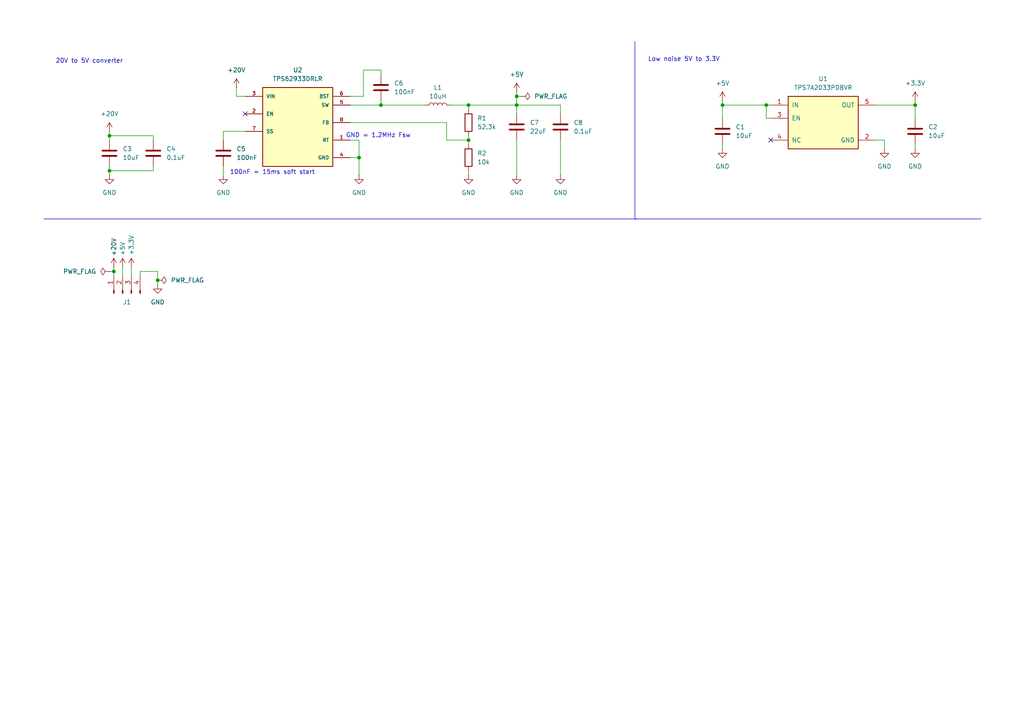
<source format=kicad_sch>
(kicad_sch (version 20231120) (generator "eeschema") (generator_version "8.0")
  (paper "A4")
  (lib_symbols
    (symbol "Connector:Conn_01x04_Pin" (pin_names (offset 1.016) hide)
      (property "Reference" "J" (at 0 5.08 0))
      (property "Value" "Conn_01x04_Pin" (at 0 -7.62 0))
      (symbol "Conn_01x04_Pin_1_1"
        (polyline (pts (xy 1.27 -5.08) (xy 0.8636 -5.08)) (stroke (width 0.1524)))
        (polyline (pts (xy 1.27 -2.54) (xy 0.8636 -2.54)) (stroke (width 0.1524)))
        (polyline (pts (xy 1.27 0) (xy 0.8636 0)) (stroke (width 0.1524)))
        (polyline (pts (xy 1.27 2.54) (xy 0.8636 2.54)) (stroke (width 0.1524)))
        (rectangle (start 0.8636 -4.953) (end 0 -5.207) (stroke (width 0.1524)) (fill (type outline)))
        (rectangle (start 0.8636 -2.413) (end 0 -2.667) (stroke (width 0.1524)) (fill (type outline)))
        (rectangle (start 0.8636 0.127) (end 0 -0.127) (stroke (width 0.1524)) (fill (type outline)))
        (rectangle (start 0.8636 2.667) (end 0 2.413) (stroke (width 0.1524)) (fill (type outline)))
        (pin passive line (at 5.08 2.54 180) (length 3.81) (name "Pin_1") (number "1"))
        (pin passive line (at 5.08 0 180) (length 3.81) (name "Pin_2") (number "2"))
        (pin passive line (at 5.08 -2.54 180) (length 3.81) (name "Pin_3") (number "3"))
        (pin passive line (at 5.08 -5.08 180) (length 3.81) (name "Pin_4") (number "4"))
      )
    )
    (symbol "Device:C" (pin_numbers hide) (pin_names (offset 0.254))
      (property "Reference" "C" (at 0.635 2.54 0))
      (property "Value" "C" (at 0.635 -2.54 0))
      (symbol "C_0_1"
        (polyline (pts (xy -2.032 -0.762) (xy 2.032 -0.762)) (stroke (width 0.508)))
        (polyline (pts (xy -2.032 0.762) (xy 2.032 0.762)) (stroke (width 0.508)))
      )
      (symbol "C_1_1"
        (pin passive line (at 0 3.81 270) (length 2.794) (name "~") (number "1"))
        (pin passive line (at 0 -3.81 90) (length 2.794) (name "~") (number "2"))
      )
    )
    (symbol "Device:L" (pin_numbers hide) (pin_names (offset 1.016) hide)
      (property "Reference" "L" (at -1.27 0 90))
      (property "Value" "L" (at 1.905 0 90))
      (symbol "L_0_1"
        (arc (start 0 -2.54) (mid 0.6323 -1.905) (end 0 -1.27))
        (arc (start 0 -1.27) (mid 0.6323 -0.635) (end 0 0))
        (arc (start 0 0) (mid 0.6323 0.635) (end 0 1.27))
        (arc (start 0 1.27) (mid 0.6323 1.905) (end 0 2.54))
      )
      (symbol "L_1_1"
        (pin passive line (at 0 3.81 270) (length 1.27) (name "1") (number "1"))
        (pin passive line (at 0 -3.81 90) (length 1.27) (name "2") (number "2"))
      )
    )
    (symbol "Device:R" (pin_numbers hide) (pin_names (offset 0))
      (property "Reference" "R" (at 2.032 0 90))
      (property "Value" "R" (at 0 0 90))
      (symbol "R_0_1"
        (rectangle (start -1.016 -2.54) (end 1.016 2.54) (stroke (width 0.254)))
      )
      (symbol "R_1_1"
        (pin passive line (at 0 3.81 270) (length 1.27) (name "~") (number "1"))
        (pin passive line (at 0 -3.81 90) (length 1.27) (name "~") (number "2"))
      )
    )
    (symbol "TPS62933DRLR:TPS62933DRLR" (pin_names (offset 1.016))
      (property "Reference" "U" (at -10.16 13.208 0))
      (property "Value" "TPS62933DRLR" (at -10.16 -12.7 0))
      (symbol "TPS62933DRLR_0_0"
        (rectangle (start -10.16 12.7) (end 10.16 -10.16) (stroke (width 0.254)) (fill (type background)))
        (pin input line (at 15.24 -2.54 180) (length 5.08) (name "RT") (number "1"))
        (pin input line (at -15.24 5.08 0) (length 5.08) (name "EN") (number "2"))
        (pin input line (at -15.24 10.16 0) (length 5.08) (name "VIN") (number "3"))
        (pin power_in line (at 15.24 -7.62 180) (length 5.08) (name "GND") (number "4"))
        (pin output line (at 15.24 7.62 180) (length 5.08) (name "SW") (number "5"))
        (pin input line (at 15.24 10.16 180) (length 5.08) (name "BST") (number "6"))
        (pin input line (at -15.24 0 0) (length 5.08) (name "SS") (number "7"))
        (pin input line (at 15.24 2.54 180) (length 5.08) (name "FB") (number "8"))
      )
    )
    (symbol "TPS7A2033PDBVR:TPS7A0233PDBVR" (pin_names (offset 1.016))
      (property "Reference" "U" (at -10.16 8.6106 0))
      (property "Value" "TPS7A2033PDBVR" (at -10.16 -10.668 0))
      (symbol "TPS7A0233PDBVR_1_0"
        (rectangle (start -10.16 7.62) (end 10.16 -7.62) (stroke (width 0.254)) (fill (type background)))
        (pin input line (at -15.24 5.08 0) (length 5.08) (name "IN") (number "1"))
        (pin power_in line (at 15.24 -5.08 180) (length 5.08) (name "GND") (number "2"))
        (pin input line (at -15.24 1.27 0) (length 5.08) (name "EN") (number "3"))
        (pin input line (at -15.24 -5.08 0) (length 5.08) (name "NC") (number "4"))
        (pin power_out line (at 15.24 5.08 180) (length 5.08) (name "OUT") (number "5"))
      )
    )
    (symbol "power:+3.3V" (power) (pin_numbers hide) (pin_names (offset 0) hide)
      (property "Value" "+3.3V" (at 0 3.556 0))
      (symbol "+3.3V_0_1"
        (polyline (pts (xy -0.762 1.27) (xy 0 2.54)))
        (polyline (pts (xy 0 0) (xy 0 2.54)))
        (polyline (pts (xy 0 2.54) (xy 0.762 1.27)))
      )
      (symbol "+3.3V_1_1"
        (pin power_in line (at 0 0 90) (length 0) (name "~") (number "1"))
      )
    )
    (symbol "power:+5V" (power) (pin_numbers hide) (pin_names (offset 0) hide)
      (property "Value" "+5V" (at 0 3.556 0))
      (symbol "+5V_0_1"
        (polyline (pts (xy -0.762 1.27) (xy 0 2.54)))
        (polyline (pts (xy 0 0) (xy 0 2.54)))
        (polyline (pts (xy 0 2.54) (xy 0.762 1.27)))
      )
      (symbol "+5V_1_1"
        (pin power_in line (at 0 0 90) (length 0) (name "~") (number "1"))
      )
    )
    (symbol "power:GND" (power) (pin_numbers hide) (pin_names (offset 0) hide)
      (property "Value" "GND" (at 0 -3.81 0))
      (symbol "GND_0_1"
        (polyline (pts (xy 0 0) (xy 0 -1.27) (xy 1.27 -1.27) (xy 0 -2.54) (xy -1.27 -1.27) (xy 0 -1.27)))
      )
      (symbol "GND_1_1"
        (pin power_in line (at 0 0 270) (length 0) (name "~") (number "1"))
      )
    )
    (symbol "power:PWR_FLAG" (power) (pin_numbers hide) (pin_names (offset 0) hide)
      (property "Value" "PWR_FLAG" (at 0 3.81 0))
      (symbol "PWR_FLAG_0_0"
        (pin power_out line (at 0 0 90) (length 0) (name "~") (number "1"))
      )
      (symbol "PWR_FLAG_0_1"
        (polyline (pts (xy 0 0) (xy 0 1.27) (xy -1.016 1.905) (xy 0 2.54) (xy 1.016 1.905) (xy 0 1.27)))
      )
    )
    (symbol "power:VCC" (power) (pin_numbers hide) (pin_names (offset 0) hide)
      (property "Value" "VCC" (at 0 3.556 0))
      (symbol "VCC_0_1"
        (polyline (pts (xy -0.762 1.27) (xy 0 2.54)))
        (polyline (pts (xy 0 0) (xy 0 2.54)))
        (polyline (pts (xy 0 2.54) (xy 0.762 1.27)))
      )
      (symbol "VCC_1_1"
        (pin power_in line (at 0 0 90) (length 0) (name "~") (number "1"))
      )
    )
  )
  (junction (at 209.55 30.48))
  (junction (at 31.75 49.53))
  (junction (at 104.14 45.72))
  (junction (at 265.43 30.48))
  (junction (at 149.86 30.48))
  (junction (at 110.49 30.48))
  (junction (at 135.89 40.64))
  (junction (at 149.86 27.94))
  (junction (at 33.02 78.74))
  (junction (at 31.75 39.37))
  (junction (at 45.72 81.28))
  (junction (at 222.25 30.48))
  (junction (at 135.89 30.48))
  (no_connect (at 71.12 33.02))
  (no_connect (at 223.52 40.64))
  (wire (pts (xy 222.25 34.29) (xy 222.25 30.48)))
  (wire (pts (xy 33.02 78.74) (xy 33.02 80.01)))
  (wire (pts (xy 104.14 45.72) (xy 104.14 50.8)))
  (wire (pts (xy 71.12 38.1) (xy 64.77 38.1)))
  (wire (pts (xy 223.52 34.29) (xy 222.25 34.29)))
  (wire (pts (xy 209.55 29.21) (xy 209.55 30.48)))
  (wire (pts (xy 40.64 78.74) (xy 45.72 78.74)))
  (wire (pts (xy 35.56 77.47) (xy 35.56 80.01)))
  (wire (pts (xy 44.45 49.53) (xy 44.45 48.26)))
  (wire (pts (xy 101.6 40.64) (xy 104.14 40.64)))
  (wire (pts (xy 149.86 27.94) (xy 151.13 27.94)))
  (wire (pts (xy 40.64 80.01) (xy 40.64 78.74)))
  (wire (pts (xy 162.56 30.48) (xy 162.56 33.02)))
  (wire (pts (xy 101.6 35.56) (xy 129.54 35.56)))
  (wire (pts (xy 110.49 29.21) (xy 110.49 30.48)))
  (wire (pts (xy 130.81 30.48) (xy 135.89 30.48)))
  (wire (pts (xy 129.54 35.56) (xy 129.54 40.64)))
  (polyline (pts (xy 184.15 63.5) (xy 184.785 63.5)))
  (wire (pts (xy 105.41 20.32) (xy 110.49 20.32)))
  (wire (pts (xy 33.02 77.47) (xy 33.02 78.74)))
  (wire (pts (xy 110.49 30.48) (xy 123.19 30.48)))
  (wire (pts (xy 64.77 38.1) (xy 64.77 40.64)))
  (wire (pts (xy 31.75 49.53) (xy 31.75 50.8)))
  (wire (pts (xy 256.54 40.64) (xy 256.54 43.18)))
  (wire (pts (xy 44.45 39.37) (xy 44.45 40.64)))
  (wire (pts (xy 149.86 40.64) (xy 149.86 50.8)))
  (polyline (pts (xy 184.15 12.065) (xy 184.15 63.5)))
  (wire (pts (xy 162.56 40.64) (xy 162.56 50.8)))
  (wire (pts (xy 45.72 81.28) (xy 45.72 82.55)))
  (wire (pts (xy 222.25 30.48) (xy 209.55 30.48)))
  (polyline (pts (xy 12.7 63.5) (xy 284.48 63.5)))
  (wire (pts (xy 254 30.48) (xy 265.43 30.48)))
  (wire (pts (xy 265.43 30.48) (xy 265.43 34.29)))
  (wire (pts (xy 222.25 30.48) (xy 223.52 30.48)))
  (wire (pts (xy 31.75 39.37) (xy 44.45 39.37)))
  (wire (pts (xy 265.43 30.48) (xy 265.43 29.21)))
  (wire (pts (xy 104.14 40.64) (xy 104.14 45.72)))
  (wire (pts (xy 31.75 39.37) (xy 31.75 40.64)))
  (wire (pts (xy 31.75 78.74) (xy 33.02 78.74)))
  (wire (pts (xy 110.49 20.32) (xy 110.49 21.59)))
  (wire (pts (xy 135.89 30.48) (xy 135.89 31.75)))
  (wire (pts (xy 105.41 27.94) (xy 105.41 20.32)))
  (wire (pts (xy 68.58 27.94) (xy 71.12 27.94)))
  (wire (pts (xy 149.86 27.94) (xy 149.86 30.48)))
  (wire (pts (xy 64.77 48.26) (xy 64.77 50.8)))
  (wire (pts (xy 265.43 41.91) (xy 265.43 43.18)))
  (wire (pts (xy 209.55 41.91) (xy 209.55 43.18)))
  (wire (pts (xy 135.89 49.53) (xy 135.89 50.8)))
  (wire (pts (xy 45.72 78.74) (xy 45.72 81.28)))
  (wire (pts (xy 254 40.64) (xy 256.54 40.64)))
  (wire (pts (xy 135.89 40.64) (xy 135.89 41.91)))
  (wire (pts (xy 129.54 40.64) (xy 135.89 40.64)))
  (wire (pts (xy 135.89 39.37) (xy 135.89 40.64)))
  (wire (pts (xy 209.55 30.48) (xy 209.55 34.29)))
  (wire (pts (xy 31.75 49.53) (xy 44.45 49.53)))
  (wire (pts (xy 101.6 45.72) (xy 104.14 45.72)))
  (wire (pts (xy 101.6 30.48) (xy 110.49 30.48)))
  (wire (pts (xy 101.6 27.94) (xy 105.41 27.94)))
  (wire (pts (xy 149.86 26.67) (xy 149.86 27.94)))
  (wire (pts (xy 149.86 30.48) (xy 162.56 30.48)))
  (wire (pts (xy 135.89 30.48) (xy 149.86 30.48)))
  (wire (pts (xy 31.75 48.26) (xy 31.75 49.53)))
  (wire (pts (xy 31.75 38.1) (xy 31.75 39.37)))
  (wire (pts (xy 38.1 77.47) (xy 38.1 80.01)))
  (wire (pts (xy 149.86 30.48) (xy 149.86 33.02)))
  (wire (pts (xy 68.58 25.4) (xy 68.58 27.94)))
  (text "100nF = 15ms soft start" (at 78.994 50.038 0) (effects (font (size 1.27 1.27))))
  (text "Low noise 5V to 3.3V" (at 198.374 17.272 0) (effects (font (size 1.27 1.27))))
  (text "20V to 5V converter" (at 25.908 17.78 0) (effects (font (size 1.27 1.27))))
  (text "GND = 1.2MHz Fsw" (at 109.728 39.37 0) (effects (font (size 1.27 1.27))))
  (symbol (lib_id "power:+3.3V") (at 38.1 77.47 0) (unit 1)
    (property "Reference" "#PWR017" (effects (hide yes)))
    (property "Value" "+3.3V" (at 38.1 71.12 90))
    (property "Description" "Power symbol creates a global label with name \"+3.3V\"" (effects (hide yes)))
  )
  (symbol (lib_id "Device:C") (at 149.86 36.83 0) (unit 1)
    (property "Reference" "C7" (at 153.67 35.5599 0) (effects (justify left)))
    (property "Value" "22uF" (at 153.67 38.0999 0) (effects (justify left)))
    (property "Footprint" "Capacitor_SMD:C_1210_3225Metric" (effects (hide yes)))
    (property "Description" "Unpolarized capacitor" (effects (hide yes)))
  )
  (symbol (lib_id "Device:C") (at 31.75 44.45 0) (unit 1)
    (property "Reference" "C3" (at 35.56 43.1799 0) (effects (justify left)))
    (property "Value" "10uF" (at 35.56 45.7199 0) (effects (justify left)))
    (property "Footprint" "Capacitor_SMD:C_1210_3225Metric" (effects (hide yes)))
    (property "Description" "Unpolarized capacitor" (effects (hide yes)))
  )
  (symbol (lib_id "Device:C") (at 44.45 44.45 0) (unit 1)
    (property "Reference" "C4" (at 48.26 43.1799 0) (effects (justify left)))
    (property "Value" "0.1uF" (at 48.26 45.7199 0) (effects (justify left)))
    (property "Footprint" "Capacitor_SMD:C_0603_1608Metric" (effects (hide yes)))
    (property "Description" "Unpolarized capacitor" (effects (hide yes)))
  )
  (symbol (lib_id "power:GND") (at 265.43 43.18 0) (unit 1)
    (property "Reference" "#PWR05" (effects (hide yes)))
    (property "Value" "GND" (at 265.43 48.26 0))
    (property "Description" "Power symbol creates a global label with name \"GND\" , ground" (effects (hide yes)))
  )
  (symbol (lib_id "power:GND") (at 209.55 43.18 0) (unit 1)
    (property "Reference" "#PWR02" (effects (hide yes)))
    (property "Value" "GND" (at 209.55 48.26 0))
    (property "Description" "Power symbol creates a global label with name \"GND\" , ground" (effects (hide yes)))
  )
  (symbol (lib_id "power:+3.3V") (at 265.43 29.21 0) (unit 1)
    (property "Reference" "#PWR04" (effects (hide yes)))
    (property "Value" "+3.3V" (at 265.43 24.13 0))
    (property "Description" "Power symbol creates a global label with name \"+3.3V\"" (effects (hide yes)))
  )
  (symbol (lib_id "power:+5V") (at 35.56 77.47 0) (unit 1)
    (property "Reference" "#PWR016" (effects (hide yes)))
    (property "Value" "+5V" (at 35.56 72.136 90))
    (property "Description" "Power symbol creates a global label with name \"+5V\"" (effects (hide yes)))
  )
  (symbol (lib_id "Device:C") (at 209.55 38.1 0) (unit 1)
    (property "Reference" "C1" (at 213.36 36.8299 0) (effects (justify left)))
    (property "Value" "10uF" (at 213.36 39.3699 0) (effects (justify left)))
    (property "Footprint" "Capacitor_SMD:C_0805_2012Metric" (effects (hide yes)))
    (property "Description" "Unpolarized capacitor" (effects (hide yes)))
  )
  (symbol (lib_id "power:PWR_FLAG") (at 45.72 81.28 270) (unit 1)
    (property "Reference" "#FLG03" (effects (hide yes)))
    (property "Value" "PWR_FLAG" (at 49.53 81.2799 90) (effects (justify left)))
    (property "Description" "Special symbol for telling ERC where power comes from" (effects (hide yes)))
  )
  (symbol (lib_id "Device:C") (at 162.56 36.83 0) (unit 1)
    (property "Reference" "C8" (at 166.37 35.5599 0) (effects (justify left)))
    (property "Value" "0.1uF" (at 166.37 38.0999 0) (effects (justify left)))
    (property "Footprint" "Capacitor_SMD:C_0603_1608Metric" (effects (hide yes)))
    (property "Description" "Unpolarized capacitor" (effects (hide yes)))
  )
  (symbol (lib_id "Device:R") (at 135.89 45.72 0) (unit 1)
    (property "Reference" "R2" (at 138.43 44.4499 0) (effects (justify left)))
    (property "Value" "10k" (at 138.43 46.9899 0) (effects (justify left)))
    (property "Footprint" "Resistor_SMD:R_0603_1608Metric" (effects (hide yes)))
    (property "Description" "Resistor" (effects (hide yes)))
  )
  (symbol (lib_id "power:GND") (at 256.54 43.18 0) (unit 1)
    (property "Reference" "#PWR03" (effects (hide yes)))
    (property "Value" "GND" (at 256.54 48.26 0))
    (property "Description" "Power symbol creates a global label with name \"GND\" , ground" (effects (hide yes)))
  )
  (symbol (lib_id "power:PWR_FLAG") (at 31.75 78.74 90) (unit 1)
    (property "Reference" "#FLG02" (effects (hide yes)))
    (property "Value" "PWR_FLAG" (at 27.94 78.7399 90) (effects (justify left)))
    (property "Description" "Special symbol for telling ERC where power comes from" (effects (hide yes)))
  )
  (symbol (lib_id "power:GND") (at 162.56 50.8 0) (unit 1)
    (property "Reference" "#PWR014" (effects (hide yes)))
    (property "Value" "GND" (at 162.56 55.88 0))
    (property "Description" "Power symbol creates a global label with name \"GND\" , ground" (effects (hide yes)))
  )
  (symbol (lib_id "Device:C") (at 110.49 25.4 0) (unit 1)
    (property "Reference" "C6" (at 114.3 24.1299 0) (effects (justify left)))
    (property "Value" "100nF" (at 114.3 26.6699 0) (effects (justify left)))
    (property "Footprint" "Capacitor_SMD:C_0603_1608Metric" (effects (hide yes)))
    (property "Description" "Unpolarized capacitor" (effects (hide yes)))
  )
  (symbol (lib_id "power:VCC") (at 68.58 25.4 0) (unit 1)
    (property "Reference" "#PWR09" (effects (hide yes)))
    (property "Value" "+20V" (at 68.58 20.32 0))
    (property "Description" "Power symbol creates a global label with name \"VCC\"" (effects (hide yes)))
  )
  (symbol (lib_id "Device:C") (at 265.43 38.1 0) (unit 1)
    (property "Reference" "C2" (at 269.24 36.8299 0) (effects (justify left)))
    (property "Value" "10uF" (at 269.24 39.3699 0) (effects (justify left)))
    (property "Footprint" "Capacitor_SMD:C_0805_2012Metric" (effects (hide yes)))
    (property "Description" "Unpolarized capacitor" (effects (hide yes)))
  )
  (symbol (lib_id "Connector:Conn_01x04_Pin") (at 35.56 85.09 90) (unit 1)
    (property "Reference" "J1" (at 36.83 87.63 90))
    (property "Value" "Conn_01x04_Pin" (effects (hide yes)))
    (property "Footprint" "Connector_PinHeader_2.54mm:PinHeader_1x04_P2.54mm_Vertical" (effects (hide yes)))
    (property "Description" "Generic connector, single row, 01x04, script generated" (effects (hide yes)))
  )
  (symbol (lib_id "power:GND") (at 104.14 50.8 0) (unit 1)
    (property "Reference" "#PWR010" (effects (hide yes)))
    (property "Value" "GND" (at 104.14 55.88 0))
    (property "Description" "Power symbol creates a global label with name \"GND\" , ground" (effects (hide yes)))
  )
  (symbol (lib_id "power:VCC") (at 33.02 77.47 0) (unit 1)
    (property "Reference" "#PWR015" (effects (hide yes)))
    (property "Value" "+20V" (at 33.02 71.628 90))
    (property "Description" "Power symbol creates a global label with name \"VCC\"" (effects (hide yes)))
  )
  (symbol (lib_id "Device:L") (at 127 30.48 90) (unit 1)
    (property "Reference" "L1" (at 127 25.4 90))
    (property "Value" "10uH" (at 127 27.94 90))
    (property "Footprint" "Inductor_SMD:L_1210_3225Metric" (effects (hide yes)))
    (property "Description" "Inductor" (effects (hide yes)))
  )
  (symbol (lib_id "power:VCC") (at 31.75 38.1 0) (unit 1)
    (property "Reference" "#PWR06" (effects (hide yes)))
    (property "Value" "+20V" (at 31.75 33.02 0))
    (property "Description" "Power symbol creates a global label with name \"VCC\"" (effects (hide yes)))
  )
  (symbol (lib_id "power:GND") (at 31.75 50.8 0) (unit 1)
    (property "Reference" "#PWR07" (effects (hide yes)))
    (property "Value" "GND" (at 31.75 55.88 0))
    (property "Description" "Power symbol creates a global label with name \"GND\" , ground" (effects (hide yes)))
  )
  (symbol (lib_id "power:GND") (at 64.77 50.8 0) (unit 1)
    (property "Reference" "#PWR08" (effects (hide yes)))
    (property "Value" "GND" (at 64.77 55.88 0))
    (property "Description" "Power symbol creates a global label with name \"GND\" , ground" (effects (hide yes)))
  )
  (symbol (lib_id "Device:C") (at 64.77 44.45 0) (unit 1)
    (property "Reference" "C5" (at 68.58 43.1799 0) (effects (justify left)))
    (property "Value" "100nF" (at 68.58 45.7199 0) (effects (justify left)))
    (property "Footprint" "Capacitor_SMD:C_0603_1608Metric" (effects (hide yes)))
    (property "Description" "Unpolarized capacitor" (effects (hide yes)))
  )
  (symbol (lib_id "power:+5V") (at 209.55 29.21 0) (unit 1)
    (property "Reference" "#PWR01" (effects (hide yes)))
    (property "Value" "+5V" (at 209.55 24.13 0))
    (property "Description" "Power symbol creates a global label with name \"+5V\"" (effects (hide yes)))
  )
  (symbol (lib_id "power:+5V") (at 149.86 26.67 0) (unit 1)
    (property "Reference" "#PWR012" (effects (hide yes)))
    (property "Value" "+5V" (at 149.86 21.59 0))
    (property "Description" "Power symbol creates a global label with name \"+5V\"" (effects (hide yes)))
  )
  (symbol (lib_id "Device:R") (at 135.89 35.56 0) (unit 1)
    (property "Reference" "R1" (at 138.43 34.2899 0) (effects (justify left)))
    (property "Value" "52.3k" (at 138.43 36.8299 0) (effects (justify left)))
    (property "Footprint" "Resistor_SMD:R_0603_1608Metric" (effects (hide yes)))
    (property "Description" "Resistor" (effects (hide yes)))
  )
  (symbol (lib_id "power:PWR_FLAG") (at 151.13 27.94 270) (unit 1)
    (property "Reference" "#FLG01" (effects (hide yes)))
    (property "Value" "PWR_FLAG" (at 154.94 27.9399 90) (effects (justify left)))
    (property "Description" "Special symbol for telling ERC where power comes from" (effects (hide yes)))
  )
  (symbol (lib_id "power:GND") (at 149.86 50.8 0) (unit 1)
    (property "Reference" "#PWR013" (effects (hide yes)))
    (property "Value" "GND" (at 149.86 55.88 0))
    (property "Description" "Power symbol creates a global label with name \"GND\" , ground" (effects (hide yes)))
  )
  (symbol (lib_id "TPS62933DRLR:TPS62933DRLR") (at 86.36 38.1 0) (unit 1)
    (property "Reference" "U2" (at 86.36 20.32 0))
    (property "Value" "TPS62933DRLR" (at 86.36 22.86 0))
    (property "Footprint" "TPS62933DRLR:TPS62933DRLR" (effects (hide yes)))
    (property "MF" "Texas Instruments" (effects (hide yes)))
    (property "MAXIMUM_PACKAGE_HEIGHT" "0.6mm" (effects (hide yes)))
    (property "Package" "SOT-583 Texas Instruments" (effects (hide yes)))
    (property "Price" "None" (effects (hide yes)))
    (property "Check_prices" "https://www.snapeda.com/parts/TPS62933DRLR/Texas+Instruments/view-part/?ref=eda" (effects (hide yes)))
    (property "STANDARD" "IPC 7351B" (effects (hide yes)))
    (property "PARTREV" "D" (effects (hide yes)))
    (property "SnapEDA_Link" "https://www.snapeda.com/parts/TPS62933DRLR/Texas+Instruments/view-part/?ref=snap" (effects (hide yes)))
    (property "MP" "TPS62933DRLR" (effects (hide yes)))
    (property "Description_1" "\n                        \n                            3.8-V to 30-V, 3-A, 200-kHz to 2.2-MHz, low-IQ synchronous buck converter in SOT-583 package\n                        \n" (effects (hide yes)))
    (property "Availability" "In Stock" (effects (hide yes)))
    (property "MANUFACTURER" "Texas Instruments" (effects (hide yes)))
  )
  (symbol (lib_id "power:GND") (at 135.89 50.8 0) (unit 1)
    (property "Reference" "#PWR011" (effects (hide yes)))
    (property "Value" "GND" (at 135.89 55.88 0))
    (property "Description" "Power symbol creates a global label with name \"GND\" , ground" (effects (hide yes)))
  )
  (symbol (lib_id "power:GND") (at 45.72 82.55 0) (unit 1)
    (property "Reference" "#PWR018" (effects (hide yes)))
    (property "Value" "GND" (at 45.72 87.63 0))
    (property "Description" "Power symbol creates a global label with name \"GND\" , ground" (effects (hide yes)))
  )
  (symbol (lib_id "TPS7A2033PDBVR:TPS7A0233PDBVR") (at 238.76 35.56 0) (unit 1)
    (property "Reference" "U1" (at 238.76 22.86 0))
    (property "Value" "TPS7A2033PDBVR" (at 238.76 25.4 0))
    (property "Footprint" "TPS7A2033PDBVR:TPS7A2033PDBVR" (effects (hide yes)))
  )
)
</source>
